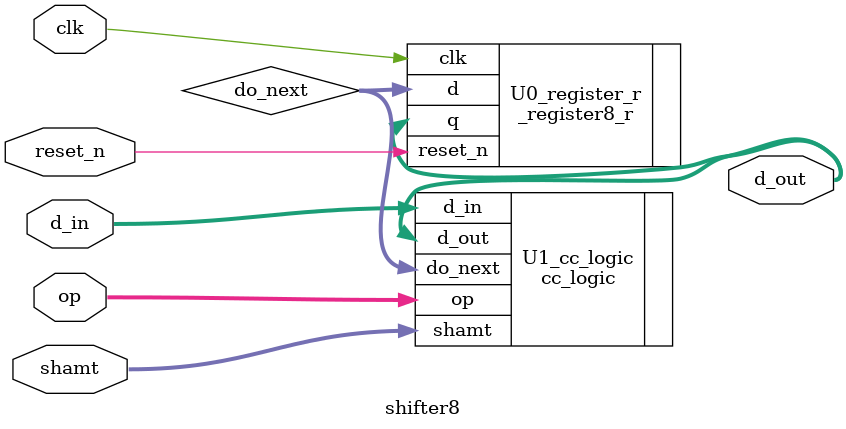
<source format=v>
module shifter8(clk, reset_n,op,shamt,d_in,d_out);
	input clk, reset_n;
	input [2:0]	 op;
	input [1:0]	 shamt;
	input [7:0]	 d_in;
	output [7:0] d_out;
	wire  [7:0] do_next;
	
	_register8_r U0_register_r(.clk(clk), .reset_n(reset_n), 
								.d(do_next), .q(d_out));	 //instance register8

	cc_logic	U1_cc_logic(.op(op), .shamt(shamt), .d_in(d_in), 
								.d_out(d_out), .do_next(do_next)); //instacne cc_logic

endmodule
</source>
